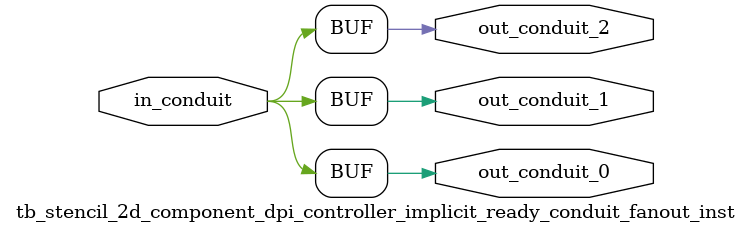
<source format=sv>


 


// --------------------------------------------------------------------------------
//| Avalon Conduit Fan-Out
// --------------------------------------------------------------------------------

// ------------------------------------------
// Generation parameters:
//   output_name:       tb_stencil_2d_component_dpi_controller_implicit_ready_conduit_fanout_inst
//   numFanOut:         3
//   
// ------------------------------------------

module tb_stencil_2d_component_dpi_controller_implicit_ready_conduit_fanout_inst (     

// Interface: out_conduit_0
 output                    out_conduit_0,
// Interface: out_conduit_1
 output                    out_conduit_1,
// Interface: out_conduit_2
 output                    out_conduit_2,

// Interface: in_conduit
 input                   in_conduit

);

   assign  out_conduit_0 = in_conduit;
   assign  out_conduit_1 = in_conduit;
   assign  out_conduit_2 = in_conduit;

endmodule //


</source>
